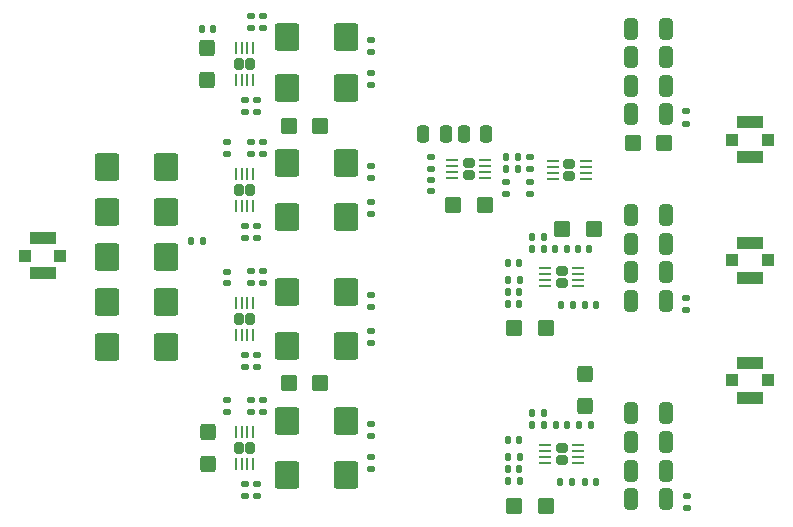
<source format=gbr>
%TF.GenerationSoftware,KiCad,Pcbnew,(6.0.2)*%
%TF.CreationDate,2022-05-06T23:20:48+08:00*%
%TF.ProjectId,NoiseAMP_V2.3,4e6f6973-6541-44d5-905f-56322e332e6b,rev?*%
%TF.SameCoordinates,Original*%
%TF.FileFunction,Paste,Top*%
%TF.FilePolarity,Positive*%
%FSLAX46Y46*%
G04 Gerber Fmt 4.6, Leading zero omitted, Abs format (unit mm)*
G04 Created by KiCad (PCBNEW (6.0.2)) date 2022-05-06 23:20:48*
%MOMM*%
%LPD*%
G01*
G04 APERTURE LIST*
G04 Aperture macros list*
%AMRoundRect*
0 Rectangle with rounded corners*
0 $1 Rounding radius*
0 $2 $3 $4 $5 $6 $7 $8 $9 X,Y pos of 4 corners*
0 Add a 4 corners polygon primitive as box body*
4,1,4,$2,$3,$4,$5,$6,$7,$8,$9,$2,$3,0*
0 Add four circle primitives for the rounded corners*
1,1,$1+$1,$2,$3*
1,1,$1+$1,$4,$5*
1,1,$1+$1,$6,$7*
1,1,$1+$1,$8,$9*
0 Add four rect primitives between the rounded corners*
20,1,$1+$1,$2,$3,$4,$5,0*
20,1,$1+$1,$4,$5,$6,$7,0*
20,1,$1+$1,$6,$7,$8,$9,0*
20,1,$1+$1,$8,$9,$2,$3,0*%
G04 Aperture macros list end*
%ADD10RoundRect,0.250000X0.250000X0.475000X-0.250000X0.475000X-0.250000X-0.475000X0.250000X-0.475000X0*%
%ADD11RoundRect,0.202500X-0.282500X-0.202500X0.282500X-0.202500X0.282500X0.202500X-0.282500X0.202500X0*%
%ADD12RoundRect,0.062500X-0.425000X-0.062500X0.425000X-0.062500X0.425000X0.062500X-0.425000X0.062500X0*%
%ADD13RoundRect,0.140000X-0.140000X-0.170000X0.140000X-0.170000X0.140000X0.170000X-0.140000X0.170000X0*%
%ADD14RoundRect,0.135000X-0.185000X0.135000X-0.185000X-0.135000X0.185000X-0.135000X0.185000X0.135000X0*%
%ADD15RoundRect,0.140000X0.140000X0.170000X-0.140000X0.170000X-0.140000X-0.170000X0.140000X-0.170000X0*%
%ADD16RoundRect,0.135000X0.185000X-0.135000X0.185000X0.135000X-0.185000X0.135000X-0.185000X-0.135000X0*%
%ADD17RoundRect,0.250000X-0.787500X-0.925000X0.787500X-0.925000X0.787500X0.925000X-0.787500X0.925000X0*%
%ADD18RoundRect,0.202500X-0.202500X0.282500X-0.202500X-0.282500X0.202500X-0.282500X0.202500X0.282500X0*%
%ADD19RoundRect,0.062500X-0.062500X0.425000X-0.062500X-0.425000X0.062500X-0.425000X0.062500X0.425000X0*%
%ADD20RoundRect,0.250000X0.325000X0.650000X-0.325000X0.650000X-0.325000X-0.650000X0.325000X-0.650000X0*%
%ADD21RoundRect,0.250000X-0.450000X-0.425000X0.450000X-0.425000X0.450000X0.425000X-0.450000X0.425000X0*%
%ADD22RoundRect,0.135000X-0.135000X-0.185000X0.135000X-0.185000X0.135000X0.185000X-0.135000X0.185000X0*%
%ADD23RoundRect,0.250000X0.450000X0.425000X-0.450000X0.425000X-0.450000X-0.425000X0.450000X-0.425000X0*%
%ADD24RoundRect,0.135000X0.135000X0.185000X-0.135000X0.185000X-0.135000X-0.185000X0.135000X-0.185000X0*%
%ADD25RoundRect,0.140000X-0.170000X0.140000X-0.170000X-0.140000X0.170000X-0.140000X0.170000X0.140000X0*%
%ADD26R,1.000000X1.000000*%
%ADD27R,2.200000X1.050000*%
%ADD28RoundRect,0.250000X0.425000X-0.450000X0.425000X0.450000X-0.425000X0.450000X-0.425000X-0.450000X0*%
G04 APERTURE END LIST*
D10*
%TO.C,C3*%
X150810000Y-87630000D03*
X148910000Y-87630000D03*
%TD*%
%TO.C,C2*%
X147381000Y-87630000D03*
X145481000Y-87630000D03*
%TD*%
D11*
%TO.C,U5*%
X157226000Y-99195000D03*
X157226000Y-100195000D03*
D12*
X155838500Y-98945000D03*
X155838500Y-99445000D03*
X155838500Y-99945000D03*
X155838500Y-100445000D03*
X158613500Y-100445000D03*
X158613500Y-99945000D03*
X158613500Y-99445000D03*
X158613500Y-98945000D03*
%TD*%
D11*
%TO.C,U8*%
X157226000Y-114181000D03*
X157226000Y-115181000D03*
D12*
X155838500Y-113931000D03*
X155838500Y-114431000D03*
X155838500Y-114931000D03*
X155838500Y-115431000D03*
X158613500Y-115431000D03*
X158613500Y-114931000D03*
X158613500Y-114431000D03*
X158613500Y-113931000D03*
%TD*%
D13*
%TO.C,C57*%
X158701800Y-112193800D03*
X159661800Y-112193800D03*
%TD*%
D14*
%TO.C,R18*%
X131380896Y-95373000D03*
X131380896Y-96393000D03*
%TD*%
D15*
%TO.C,C38*%
X157671610Y-112202319D03*
X156711610Y-112202319D03*
%TD*%
D16*
%TO.C,R37*%
X131888896Y-111128999D03*
X131888896Y-110108999D03*
%TD*%
D13*
%TO.C,C63*%
X126748600Y-78689200D03*
X127708600Y-78689200D03*
%TD*%
D17*
%TO.C,C7*%
X133998396Y-90043000D03*
X138923396Y-90043000D03*
%TD*%
D18*
%TO.C,U4*%
X130864896Y-92330999D03*
X129864896Y-92330999D03*
D19*
X131114896Y-90943499D03*
X130614896Y-90943499D03*
X130114896Y-90943499D03*
X129614896Y-90943499D03*
X129614896Y-93718499D03*
X130114896Y-93718499D03*
X130614896Y-93718499D03*
X131114896Y-93718499D03*
%TD*%
D11*
%TO.C,U3*%
X157861000Y-91155737D03*
X157861000Y-90155737D03*
D12*
X156473500Y-89905737D03*
X156473500Y-90405737D03*
X156473500Y-90905737D03*
X156473500Y-91405737D03*
X159248500Y-91405737D03*
X159248500Y-90905737D03*
X159248500Y-90405737D03*
X159248500Y-89905737D03*
%TD*%
D20*
%TO.C,C20*%
X166043835Y-96901000D03*
X163093835Y-96901000D03*
%TD*%
D17*
%TO.C,C21*%
X118758396Y-101853999D03*
X123683396Y-101853999D03*
%TD*%
D13*
%TO.C,C43*%
X159159000Y-117094000D03*
X160119000Y-117094000D03*
%TD*%
D20*
%TO.C,C23*%
X166043835Y-99314000D03*
X163093835Y-99314000D03*
%TD*%
D21*
%TO.C,C60*%
X157222200Y-95656400D03*
X159922200Y-95656400D03*
%TD*%
D22*
%TO.C,R22*%
X154677610Y-96268000D03*
X155697610Y-96268000D03*
%TD*%
D17*
%TO.C,C18*%
X118758396Y-98043999D03*
X123683396Y-98043999D03*
%TD*%
D16*
%TO.C,R25*%
X131888896Y-100198999D03*
X131888896Y-99178999D03*
%TD*%
%TO.C,R4*%
X130876896Y-78615000D03*
X130876896Y-77595000D03*
%TD*%
D21*
%TO.C,C74*%
X153209000Y-104013000D03*
X155909000Y-104013000D03*
%TD*%
D17*
%TO.C,C1*%
X133998396Y-79375000D03*
X138923396Y-79375000D03*
%TD*%
D23*
%TO.C,C73*%
X150727400Y-93573600D03*
X148027400Y-93573600D03*
%TD*%
D16*
%TO.C,R24*%
X130872896Y-100198999D03*
X130872896Y-99178999D03*
%TD*%
D20*
%TO.C,C5*%
X166043835Y-78699030D03*
X163093835Y-78699030D03*
%TD*%
D18*
%TO.C,U7*%
X130864896Y-114174999D03*
X129864896Y-114174999D03*
D19*
X131114896Y-112787499D03*
X130614896Y-112787499D03*
X130114896Y-112787499D03*
X129614896Y-112787499D03*
X129614896Y-115562499D03*
X130114896Y-115562499D03*
X130614896Y-115562499D03*
X131114896Y-115562499D03*
%TD*%
D14*
%TO.C,R31*%
X141032896Y-112137001D03*
X141032896Y-113157001D03*
%TD*%
D17*
%TO.C,C36*%
X133998396Y-105537000D03*
X138923396Y-105537000D03*
%TD*%
D24*
%TO.C,R29*%
X126836296Y-96646999D03*
X125816296Y-96646999D03*
%TD*%
D17*
%TO.C,C24*%
X118758396Y-105663999D03*
X123683396Y-105663999D03*
%TD*%
D16*
%TO.C,R1*%
X146177000Y-90530737D03*
X146177000Y-89510737D03*
%TD*%
%TO.C,R13*%
X130876896Y-89284999D03*
X130876896Y-88264999D03*
%TD*%
D17*
%TO.C,C49*%
X133998396Y-116458999D03*
X138923396Y-116458999D03*
%TD*%
D20*
%TO.C,C9*%
X166043835Y-85938030D03*
X163093835Y-85938030D03*
%TD*%
D24*
%TO.C,R20*%
X158167800Y-102108000D03*
X157147800Y-102108000D03*
%TD*%
D25*
%TO.C,C64*%
X128844896Y-88294999D03*
X128844896Y-89254999D03*
%TD*%
D14*
%TO.C,R30*%
X131380896Y-106294999D03*
X131380896Y-107314999D03*
%TD*%
%TO.C,R28*%
X130364896Y-106294999D03*
X130364896Y-107314999D03*
%TD*%
%TO.C,R21*%
X141032896Y-101217000D03*
X141032896Y-102237000D03*
%TD*%
D21*
%TO.C,C58*%
X134094896Y-86869999D03*
X136794896Y-86869999D03*
%TD*%
D17*
%TO.C,C39*%
X133998396Y-111887000D03*
X138923396Y-111887000D03*
%TD*%
D14*
%TO.C,R40*%
X167790165Y-118274112D03*
X167790165Y-119294112D03*
%TD*%
%TO.C,R41*%
X131380896Y-117216999D03*
X131380896Y-118236999D03*
%TD*%
D25*
%TO.C,C67*%
X146177000Y-91468000D03*
X146177000Y-92428000D03*
%TD*%
D13*
%TO.C,C56*%
X158600200Y-97284000D03*
X159560200Y-97284000D03*
%TD*%
D18*
%TO.C,U1*%
X129864896Y-81662999D03*
X130864896Y-81662999D03*
D19*
X131114896Y-80275499D03*
X130614896Y-80275499D03*
X130114896Y-80275499D03*
X129614896Y-80275499D03*
X129614896Y-83050499D03*
X130114896Y-83050499D03*
X130614896Y-83050499D03*
X131114896Y-83050499D03*
%TD*%
D16*
%TO.C,R2*%
X154559000Y-90530737D03*
X154559000Y-89510737D03*
%TD*%
D22*
%TO.C,R35*%
X154700410Y-111186319D03*
X155720410Y-111186319D03*
%TD*%
%TO.C,R6*%
X152525000Y-90528737D03*
X153545000Y-90528737D03*
%TD*%
D14*
%TO.C,R3*%
X141032896Y-79628999D03*
X141032896Y-80648999D03*
%TD*%
D21*
%TO.C,C59*%
X134094896Y-108688599D03*
X136794896Y-108688599D03*
%TD*%
D26*
%TO.C,J3*%
X171677200Y-98264886D03*
X174677200Y-98264886D03*
D27*
X173177200Y-96789886D03*
X173177200Y-99739886D03*
%TD*%
D15*
%TO.C,C45*%
X152682000Y-115951000D03*
X153642000Y-115951000D03*
%TD*%
D20*
%TO.C,C6*%
X166043835Y-81112030D03*
X163093835Y-81112030D03*
%TD*%
D17*
%TO.C,C14*%
X118758396Y-90423999D03*
X123683396Y-90423999D03*
%TD*%
D28*
%TO.C,C62*%
X159181800Y-110648200D03*
X159181800Y-107948200D03*
%TD*%
D16*
%TO.C,R9*%
X141032896Y-83441000D03*
X141032896Y-82421000D03*
%TD*%
D20*
%TO.C,C44*%
X166067000Y-118532111D03*
X163117000Y-118532111D03*
%TD*%
D16*
%TO.C,R27*%
X141032896Y-105286999D03*
X141032896Y-104266999D03*
%TD*%
D24*
%TO.C,R23*%
X153649200Y-99974400D03*
X152629200Y-99974400D03*
%TD*%
D22*
%TO.C,R5*%
X152525000Y-89535000D03*
X153545000Y-89535000D03*
%TD*%
D20*
%TO.C,C26*%
X166043835Y-101727000D03*
X163093835Y-101727000D03*
%TD*%
D14*
%TO.C,R12*%
X141032896Y-90295000D03*
X141032896Y-91315000D03*
%TD*%
D11*
%TO.C,U2*%
X149352000Y-91028737D03*
X149352000Y-90028737D03*
D12*
X147964500Y-89778737D03*
X147964500Y-90278737D03*
X147964500Y-90778737D03*
X147964500Y-91278737D03*
X150739500Y-91278737D03*
X150739500Y-90778737D03*
X150739500Y-90278737D03*
X150739500Y-89778737D03*
%TD*%
D15*
%TO.C,C40*%
X152682000Y-113523119D03*
X153642000Y-113523119D03*
%TD*%
D13*
%TO.C,C69*%
X152682000Y-102006400D03*
X153642000Y-102006400D03*
%TD*%
D17*
%TO.C,C4*%
X133998396Y-83692999D03*
X138923396Y-83692999D03*
%TD*%
D13*
%TO.C,C70*%
X153650990Y-116958481D03*
X152690990Y-116958481D03*
%TD*%
D28*
%TO.C,C72*%
X127240696Y-115548399D03*
X127240696Y-112848399D03*
%TD*%
D16*
%TO.C,R7*%
X131892896Y-78616999D03*
X131892896Y-77596999D03*
%TD*%
D20*
%TO.C,C42*%
X166067000Y-116119111D03*
X163117000Y-116119111D03*
%TD*%
D13*
%TO.C,C25*%
X159159000Y-102108000D03*
X160119000Y-102108000D03*
%TD*%
D14*
%TO.C,R8*%
X152527000Y-91669737D03*
X152527000Y-92689737D03*
%TD*%
%TO.C,R11*%
X131380896Y-84732399D03*
X131380896Y-85752399D03*
%TD*%
D24*
%TO.C,R19*%
X155697610Y-97284000D03*
X154677610Y-97284000D03*
%TD*%
D16*
%TO.C,R38*%
X141032896Y-115953000D03*
X141032896Y-114933000D03*
%TD*%
D24*
%TO.C,R34*%
X158117000Y-117094000D03*
X157097000Y-117094000D03*
%TD*%
D15*
%TO.C,C28*%
X153642000Y-100990400D03*
X152682000Y-100990400D03*
%TD*%
D25*
%TO.C,C66*%
X128840896Y-110138999D03*
X128840896Y-111098999D03*
%TD*%
%TO.C,C68*%
X154559000Y-91671200D03*
X154559000Y-92631200D03*
%TD*%
D14*
%TO.C,R26*%
X167767000Y-101471000D03*
X167767000Y-102491000D03*
%TD*%
D16*
%TO.C,R15*%
X141032896Y-94363000D03*
X141032896Y-93343000D03*
%TD*%
D28*
%TO.C,C71*%
X127189896Y-83036399D03*
X127189896Y-80336399D03*
%TD*%
D17*
%TO.C,C22*%
X133998396Y-100965000D03*
X138923396Y-100965000D03*
%TD*%
D16*
%TO.C,R32*%
X130872896Y-111128999D03*
X130872896Y-110108999D03*
%TD*%
D20*
%TO.C,C8*%
X166043835Y-83525030D03*
X163093835Y-83525030D03*
%TD*%
D26*
%TO.C,J4*%
X114758600Y-97891600D03*
X111758600Y-97891600D03*
D27*
X113258600Y-99366600D03*
X113258600Y-96416600D03*
%TD*%
D16*
%TO.C,R14*%
X131892896Y-89283000D03*
X131892896Y-88263000D03*
%TD*%
D15*
%TO.C,C17*%
X157648810Y-97284000D03*
X156688810Y-97284000D03*
%TD*%
D20*
%TO.C,C41*%
X166067000Y-113706111D03*
X163117000Y-113706111D03*
%TD*%
%TO.C,C16*%
X166043835Y-94488000D03*
X163093835Y-94488000D03*
%TD*%
D17*
%TO.C,C15*%
X118758396Y-94233999D03*
X123683396Y-94233999D03*
%TD*%
D26*
%TO.C,J5*%
X171677200Y-108451382D03*
D27*
X173177200Y-109926382D03*
D26*
X174677200Y-108451382D03*
D27*
X173177200Y-106976382D03*
%TD*%
D15*
%TO.C,C19*%
X153619200Y-98552000D03*
X152659200Y-98552000D03*
%TD*%
D24*
%TO.C,R36*%
X152653999Y-114935000D03*
X153673999Y-114935000D03*
%TD*%
D14*
%TO.C,R10*%
X130364896Y-84732399D03*
X130364896Y-85752399D03*
%TD*%
D24*
%TO.C,R33*%
X155720410Y-112202319D03*
X154700410Y-112202319D03*
%TD*%
D18*
%TO.C,U6*%
X130864896Y-103252999D03*
X129864896Y-103252999D03*
D19*
X131114896Y-101865499D03*
X130614896Y-101865499D03*
X130114896Y-101865499D03*
X129614896Y-101865499D03*
X129614896Y-104640499D03*
X130114896Y-104640499D03*
X130614896Y-104640499D03*
X131114896Y-104640499D03*
%TD*%
D21*
%TO.C,C75*%
X153209000Y-119126000D03*
X155909000Y-119126000D03*
%TD*%
D20*
%TO.C,C37*%
X166067000Y-111252000D03*
X163117000Y-111252000D03*
%TD*%
D25*
%TO.C,C65*%
X128840896Y-99238999D03*
X128840896Y-100198999D03*
%TD*%
D14*
%TO.C,R39*%
X130364896Y-117216999D03*
X130364896Y-118236999D03*
%TD*%
D26*
%TO.C,J2*%
X171677200Y-88078390D03*
D27*
X173177200Y-89553390D03*
X173177200Y-86603390D03*
D26*
X174677200Y-88078390D03*
%TD*%
D14*
%TO.C,R16*%
X167767000Y-85682030D03*
X167767000Y-86702030D03*
%TD*%
D17*
%TO.C,C13*%
X133998396Y-94615000D03*
X138923396Y-94615000D03*
%TD*%
D14*
%TO.C,R17*%
X130364896Y-95374999D03*
X130364896Y-96394999D03*
%TD*%
D21*
%TO.C,C61*%
X163216600Y-88341200D03*
X165916600Y-88341200D03*
%TD*%
M02*

</source>
